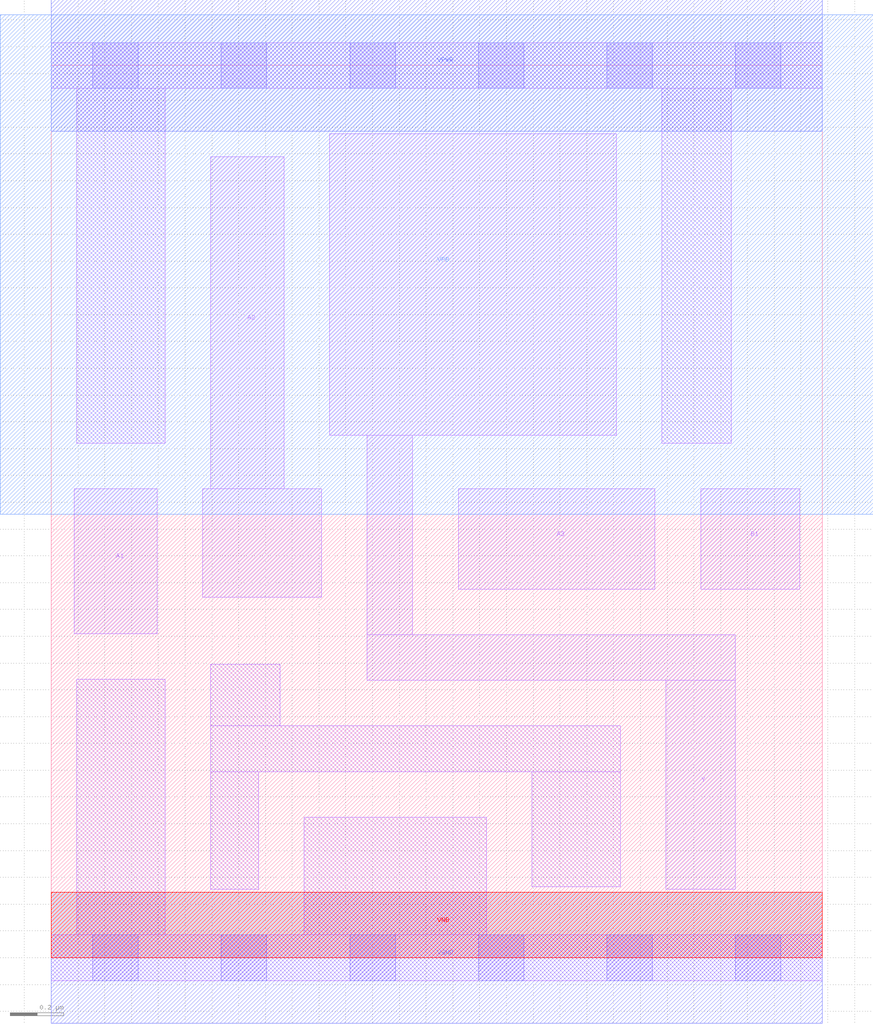
<source format=lef>
# Copyright 2020 The SkyWater PDK Authors
#
# Licensed under the Apache License, Version 2.0 (the "License");
# you may not use this file except in compliance with the License.
# You may obtain a copy of the License at
#
#     https://www.apache.org/licenses/LICENSE-2.0
#
# Unless required by applicable law or agreed to in writing, software
# distributed under the License is distributed on an "AS IS" BASIS,
# WITHOUT WARRANTIES OR CONDITIONS OF ANY KIND, either express or implied.
# See the License for the specific language governing permissions and
# limitations under the License.
#
# SPDX-License-Identifier: Apache-2.0

VERSION 5.7 ;
  NOWIREEXTENSIONATPIN ON ;
  DIVIDERCHAR "/" ;
  BUSBITCHARS "[]" ;
MACRO sky130_fd_sc_lp__o31ai_1
  CLASS CORE ;
  FOREIGN sky130_fd_sc_lp__o31ai_1 ;
  ORIGIN  0.000000  0.000000 ;
  SIZE  2.880000 BY  3.330000 ;
  SYMMETRY X Y R90 ;
  SITE unit ;
  PIN A1
    ANTENNAGATEAREA  0.315000 ;
    DIRECTION INPUT ;
    USE SIGNAL ;
    PORT
      LAYER li1 ;
        RECT 0.085000 1.210000 0.395000 1.750000 ;
    END
  END A1
  PIN A2
    ANTENNAGATEAREA  0.315000 ;
    DIRECTION INPUT ;
    USE SIGNAL ;
    PORT
      LAYER li1 ;
        RECT 0.565000 1.345000 1.010000 1.750000 ;
        RECT 0.595000 1.750000 0.870000 2.990000 ;
    END
  END A2
  PIN A3
    ANTENNAGATEAREA  0.315000 ;
    DIRECTION INPUT ;
    USE SIGNAL ;
    PORT
      LAYER li1 ;
        RECT 1.520000 1.375000 2.255000 1.750000 ;
    END
  END A3
  PIN B1
    ANTENNAGATEAREA  0.315000 ;
    DIRECTION INPUT ;
    USE SIGNAL ;
    PORT
      LAYER li1 ;
        RECT 2.425000 1.375000 2.795000 1.750000 ;
    END
  END B1
  PIN Y
    ANTENNADIFFAREA  1.022700 ;
    DIRECTION OUTPUT ;
    USE SIGNAL ;
    PORT
      LAYER li1 ;
        RECT 1.040000 1.950000 2.110000 3.075000 ;
        RECT 1.180000 1.035000 2.555000 1.205000 ;
        RECT 1.180000 1.205000 1.350000 1.950000 ;
        RECT 2.295000 0.255000 2.555000 1.035000 ;
    END
  END Y
  PIN VGND
    DIRECTION INOUT ;
    USE GROUND ;
    PORT
      LAYER met1 ;
        RECT 0.000000 -0.245000 2.880000 0.245000 ;
    END
  END VGND
  PIN VNB
    DIRECTION INOUT ;
    USE GROUND ;
    PORT
      LAYER pwell ;
        RECT 0.000000 0.000000 2.880000 0.245000 ;
    END
  END VNB
  PIN VPB
    DIRECTION INOUT ;
    USE POWER ;
    PORT
      LAYER nwell ;
        RECT -0.190000 1.655000 3.070000 3.520000 ;
    END
  END VPB
  PIN VPWR
    DIRECTION INOUT ;
    USE POWER ;
    PORT
      LAYER met1 ;
        RECT 0.000000 3.085000 2.880000 3.575000 ;
    END
  END VPWR
  OBS
    LAYER li1 ;
      RECT 0.000000 -0.085000 2.880000 0.085000 ;
      RECT 0.000000  3.245000 2.880000 3.415000 ;
      RECT 0.095000  0.085000 0.425000 1.040000 ;
      RECT 0.095000  1.920000 0.425000 3.245000 ;
      RECT 0.595000  0.255000 0.775000 0.695000 ;
      RECT 0.595000  0.695000 2.125000 0.865000 ;
      RECT 0.595000  0.865000 0.855000 1.095000 ;
      RECT 0.945000  0.085000 1.625000 0.525000 ;
      RECT 1.795000  0.265000 2.125000 0.695000 ;
      RECT 2.280000  1.920000 2.540000 3.245000 ;
    LAYER mcon ;
      RECT 0.155000 -0.085000 0.325000 0.085000 ;
      RECT 0.155000  3.245000 0.325000 3.415000 ;
      RECT 0.635000 -0.085000 0.805000 0.085000 ;
      RECT 0.635000  3.245000 0.805000 3.415000 ;
      RECT 1.115000 -0.085000 1.285000 0.085000 ;
      RECT 1.115000  3.245000 1.285000 3.415000 ;
      RECT 1.595000 -0.085000 1.765000 0.085000 ;
      RECT 1.595000  3.245000 1.765000 3.415000 ;
      RECT 2.075000 -0.085000 2.245000 0.085000 ;
      RECT 2.075000  3.245000 2.245000 3.415000 ;
      RECT 2.555000 -0.085000 2.725000 0.085000 ;
      RECT 2.555000  3.245000 2.725000 3.415000 ;
  END
END sky130_fd_sc_lp__o31ai_1
END LIBRARY

</source>
